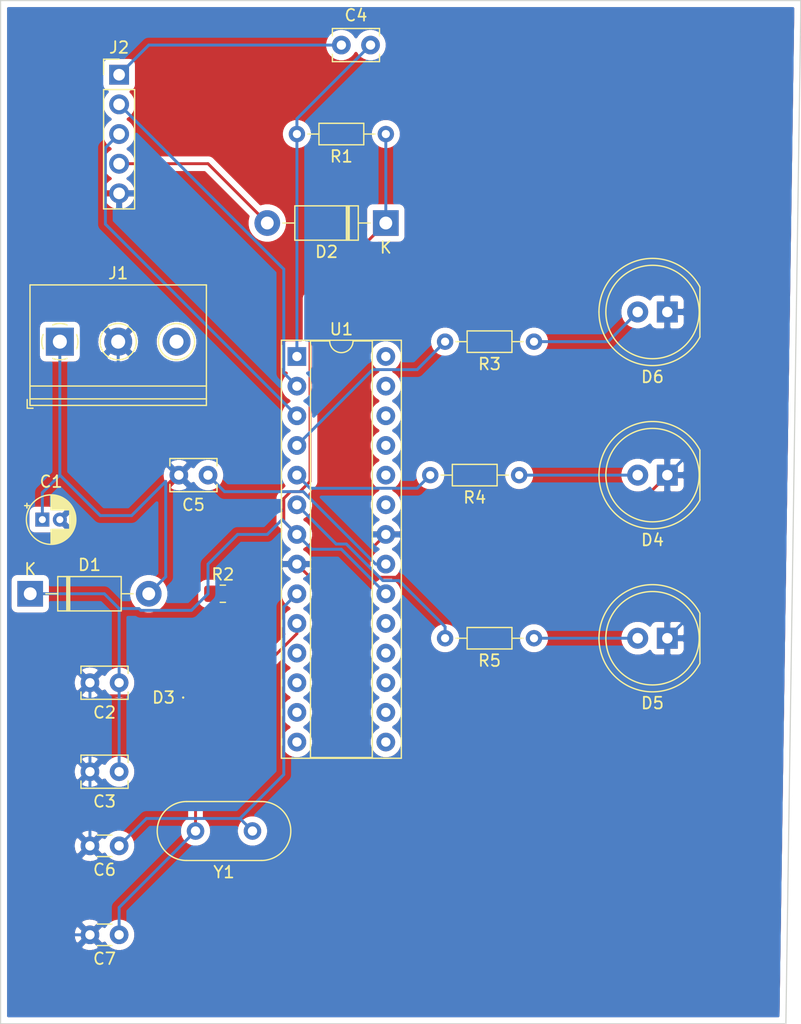
<source format=kicad_pcb>
(kicad_pcb (version 20171130) (host pcbnew "(5.1.9)-1")
  (layers (0 F.Cu signal) (31 B.Cu signal) (34 B.Paste user) (35 F.Paste user) (36 B.SilkS user) (37 F.SilkS user) (38 B.Mask user) (39 F.Mask user) (44 Edge.Cuts user))
  (net 0 "")
  (net 1 GND)
  (net 2 +5V)
  (net 3 +5VA)
  (net 4 Reset)
  (net 5 "Net-(C4-Pad1)")
  (net 6 "Net-(C5-Pad1)")
  (net 7 crystal1)
  (net 8 crystal2)
  (net 9 "Net-(D2-Pad2)")
  (net 10 "Net-(D3-Pad2)")
  (net 11 "Net-(D4-Pad2)")
  (net 12 "Net-(D5-Pad2)")
  (net 13 "Net-(D6-Pad2)")
  (net 14 Tx)
  (net 15 Rx)
  (net 16 led1)
  (net 17 led2)
  (net 18 led3)
  (net 19 "Net-(U1-Pad28)")
  (net 20 "Net-(U1-Pad14)")
  (net 21 "Net-(U1-Pad27)")
  (net 22 "Net-(U1-Pad13)")
  (net 23 "Net-(U1-Pad26)")
  (net 24 "Net-(U1-Pad12)")
  (net 25 "Net-(U1-Pad25)")
  (net 26 "Net-(U1-Pad11)")
  (net 27 "Net-(U1-Pad24)")
  (net 28 "Net-(U1-Pad23)")
  (net 29 "Net-(U1-Pad19)")
  (net 30 "Net-(U1-Pad18)")
  (net 31 "Net-(U1-Pad17)")
  (net 32 "Net-(U1-Pad16)")
  (net 33 "Net-(U1-Pad15)")
  (module LED_SMD:LED_0201_0603Metric (layer F.Cu) (at 27.94 71.12)
    (fp_text reference D3 (at -2.54 0) (layer F.SilkS))
    (fp_text value LED_Small)
    (fp_circle (center -0.86 0) (end -0.81 0) (layer F.SilkS) (width 0.1))
    (pad 2 smd roundrect (at 0.32 0) (size 0.46 0.4) (layers F.Cu F.Mask) (net 10 "Net-(D3-Pad2)"))
    (pad 1 smd roundrect (at -0.32 0) (size 0.46 0.4) (layers F.Cu F.Mask) (net 1 GND))
  )
  (module Crystal:Crystal_HC49-4H_Vertical (layer F.Cu) (at 33.02 82.55 180)
    (fp_text reference Y1 (at 2.44 -3.525) (layer F.SilkS))
    (fp_text value Crystal)
    (fp_line (start -0.76 2.525) (end 5.64 2.525) (layer F.SilkS) (width 0.12))
    (fp_line (start -0.76 -2.525) (end 5.64 -2.525) (layer F.SilkS) (width 0.12))
    (fp_arc (start 5.64 0) (end 5.64 -2.525) (angle 180) (layer F.SilkS) (width 0.12))
    (fp_arc (start -0.76 0) (end -0.76 -2.525) (angle -180) (layer F.SilkS) (width 0.12))
    (pad 2 thru_hole circle (at 4.88 0 180) (size 1.5 1.5) (drill 0.8) (layers *.Cu *.Mask) (net 8 crystal2))
    (pad 1 thru_hole circle (at 0 0 180) (size 1.5 1.5) (drill 0.8) (layers *.Cu *.Mask) (net 7 crystal1))
  )
  (module Package_DIP:DIP-28_W7.62mm_Socket (layer F.Cu) (at 36.83 41.91)
    (fp_text reference U1 (at 3.81 -2.33) (layer F.SilkS))
    (fp_text value ATmega328P-PU)
    (fp_line (start 8.95 -1.39) (end -1.33 -1.39) (layer F.SilkS) (width 0.12))
    (fp_line (start 8.95 34.41) (end 8.95 -1.39) (layer F.SilkS) (width 0.12))
    (fp_line (start -1.33 34.41) (end 8.95 34.41) (layer F.SilkS) (width 0.12))
    (fp_line (start -1.33 -1.39) (end -1.33 34.41) (layer F.SilkS) (width 0.12))
    (fp_line (start 6.46 -1.33) (end 4.81 -1.33) (layer F.SilkS) (width 0.12))
    (fp_line (start 6.46 34.35) (end 6.46 -1.33) (layer F.SilkS) (width 0.12))
    (fp_line (start 1.16 34.35) (end 6.46 34.35) (layer F.SilkS) (width 0.12))
    (fp_line (start 1.16 -1.33) (end 1.16 34.35) (layer F.SilkS) (width 0.12))
    (fp_line (start 2.81 -1.33) (end 1.16 -1.33) (layer F.SilkS) (width 0.12))
    (fp_arc (start 3.81 -1.33) (end 2.81 -1.33) (angle -180) (layer F.SilkS) (width 0.12))
    (pad 28 thru_hole oval (at 7.62 0) (size 1.6 1.6) (drill 0.8) (layers *.Cu *.Mask) (net 19 "Net-(U1-Pad28)"))
    (pad 14 thru_hole oval (at 0 33.02) (size 1.6 1.6) (drill 0.8) (layers *.Cu *.Mask) (net 20 "Net-(U1-Pad14)"))
    (pad 27 thru_hole oval (at 7.62 2.54) (size 1.6 1.6) (drill 0.8) (layers *.Cu *.Mask) (net 21 "Net-(U1-Pad27)"))
    (pad 13 thru_hole oval (at 0 30.48) (size 1.6 1.6) (drill 0.8) (layers *.Cu *.Mask) (net 22 "Net-(U1-Pad13)"))
    (pad 26 thru_hole oval (at 7.62 5.08) (size 1.6 1.6) (drill 0.8) (layers *.Cu *.Mask) (net 23 "Net-(U1-Pad26)"))
    (pad 12 thru_hole oval (at 0 27.94) (size 1.6 1.6) (drill 0.8) (layers *.Cu *.Mask) (net 24 "Net-(U1-Pad12)"))
    (pad 25 thru_hole oval (at 7.62 7.62) (size 1.6 1.6) (drill 0.8) (layers *.Cu *.Mask) (net 25 "Net-(U1-Pad25)"))
    (pad 11 thru_hole oval (at 0 25.4) (size 1.6 1.6) (drill 0.8) (layers *.Cu *.Mask) (net 26 "Net-(U1-Pad11)"))
    (pad 24 thru_hole oval (at 7.62 10.16) (size 1.6 1.6) (drill 0.8) (layers *.Cu *.Mask) (net 27 "Net-(U1-Pad24)"))
    (pad 10 thru_hole oval (at 0 22.86) (size 1.6 1.6) (drill 0.8) (layers *.Cu *.Mask) (net 8 crystal2))
    (pad 23 thru_hole oval (at 7.62 12.7) (size 1.6 1.6) (drill 0.8) (layers *.Cu *.Mask) (net 28 "Net-(U1-Pad23)"))
    (pad 9 thru_hole oval (at 0 20.32) (size 1.6 1.6) (drill 0.8) (layers *.Cu *.Mask) (net 7 crystal1))
    (pad 22 thru_hole oval (at 7.62 15.24) (size 1.6 1.6) (drill 0.8) (layers *.Cu *.Mask) (net 1 GND))
    (pad 8 thru_hole oval (at 0 17.78) (size 1.6 1.6) (drill 0.8) (layers *.Cu *.Mask) (net 1 GND))
    (pad 21 thru_hole oval (at 7.62 17.78) (size 1.6 1.6) (drill 0.8) (layers *.Cu *.Mask) (net 6 "Net-(C5-Pad1)"))
    (pad 7 thru_hole oval (at 0 15.24) (size 1.6 1.6) (drill 0.8) (layers *.Cu *.Mask) (net 3 +5VA))
    (pad 20 thru_hole oval (at 7.62 20.32) (size 1.6 1.6) (drill 0.8) (layers *.Cu *.Mask) (net 3 +5VA))
    (pad 6 thru_hole oval (at 0 12.7) (size 1.6 1.6) (drill 0.8) (layers *.Cu *.Mask) (net 18 led3))
    (pad 19 thru_hole oval (at 7.62 22.86) (size 1.6 1.6) (drill 0.8) (layers *.Cu *.Mask) (net 29 "Net-(U1-Pad19)"))
    (pad 5 thru_hole oval (at 0 10.16) (size 1.6 1.6) (drill 0.8) (layers *.Cu *.Mask) (net 17 led2))
    (pad 18 thru_hole oval (at 7.62 25.4) (size 1.6 1.6) (drill 0.8) (layers *.Cu *.Mask) (net 30 "Net-(U1-Pad18)"))
    (pad 4 thru_hole oval (at 0 7.62) (size 1.6 1.6) (drill 0.8) (layers *.Cu *.Mask) (net 16 led1))
    (pad 17 thru_hole oval (at 7.62 27.94) (size 1.6 1.6) (drill 0.8) (layers *.Cu *.Mask) (net 31 "Net-(U1-Pad17)"))
    (pad 3 thru_hole oval (at 0 5.08) (size 1.6 1.6) (drill 0.8) (layers *.Cu *.Mask) (net 14 Tx))
    (pad 16 thru_hole oval (at 7.62 30.48) (size 1.6 1.6) (drill 0.8) (layers *.Cu *.Mask) (net 32 "Net-(U1-Pad16)"))
    (pad 2 thru_hole oval (at 0 2.54) (size 1.6 1.6) (drill 0.8) (layers *.Cu *.Mask) (net 15 Rx))
    (pad 15 thru_hole oval (at 7.62 33.02) (size 1.6 1.6) (drill 0.8) (layers *.Cu *.Mask) (net 33 "Net-(U1-Pad15)"))
    (pad 1 thru_hole rect (at 0 0) (size 1.6 1.6) (drill 0.8) (layers *.Cu *.Mask) (net 4 Reset))
  )
  (module Resistor_THT:R_Axial_DIN0204_L3.6mm_D1.6mm_P7.62mm_Horizontal (layer F.Cu) (at 57.15 66.04 180)
    (fp_text reference R5 (at 3.81 -1.92) (layer F.SilkS))
    (fp_text value 330R)
    (fp_line (start 6.68 0) (end 5.73 0) (layer F.SilkS) (width 0.12))
    (fp_line (start 0.94 0) (end 1.89 0) (layer F.SilkS) (width 0.12))
    (fp_line (start 5.73 -0.92) (end 1.89 -0.92) (layer F.SilkS) (width 0.12))
    (fp_line (start 5.73 0.92) (end 5.73 -0.92) (layer F.SilkS) (width 0.12))
    (fp_line (start 1.89 0.92) (end 5.73 0.92) (layer F.SilkS) (width 0.12))
    (fp_line (start 1.89 -0.92) (end 1.89 0.92) (layer F.SilkS) (width 0.12))
    (pad 2 thru_hole oval (at 7.62 0 180) (size 1.4 1.4) (drill 0.7) (layers *.Cu *.Mask) (net 18 led3))
    (pad 1 thru_hole circle (at 0 0 180) (size 1.4 1.4) (drill 0.7) (layers *.Cu *.Mask) (net 12 "Net-(D5-Pad2)"))
  )
  (module Resistor_THT:R_Axial_DIN0204_L3.6mm_D1.6mm_P7.62mm_Horizontal (layer F.Cu) (at 55.88 52.07 180)
    (fp_text reference R4 (at 3.81 -1.92) (layer F.SilkS))
    (fp_text value 220R)
    (fp_line (start 6.68 0) (end 5.73 0) (layer F.SilkS) (width 0.12))
    (fp_line (start 0.94 0) (end 1.89 0) (layer F.SilkS) (width 0.12))
    (fp_line (start 5.73 -0.92) (end 1.89 -0.92) (layer F.SilkS) (width 0.12))
    (fp_line (start 5.73 0.92) (end 5.73 -0.92) (layer F.SilkS) (width 0.12))
    (fp_line (start 1.89 0.92) (end 5.73 0.92) (layer F.SilkS) (width 0.12))
    (fp_line (start 1.89 -0.92) (end 1.89 0.92) (layer F.SilkS) (width 0.12))
    (pad 2 thru_hole oval (at 7.62 0 180) (size 1.4 1.4) (drill 0.7) (layers *.Cu *.Mask) (net 17 led2))
    (pad 1 thru_hole circle (at 0 0 180) (size 1.4 1.4) (drill 0.7) (layers *.Cu *.Mask) (net 11 "Net-(D4-Pad2)"))
  )
  (module Resistor_THT:R_Axial_DIN0204_L3.6mm_D1.6mm_P7.62mm_Horizontal (layer F.Cu) (at 57.15 40.64 180)
    (fp_text reference R3 (at 3.81 -1.92) (layer F.SilkS))
    (fp_text value 220R)
    (fp_line (start 6.68 0) (end 5.73 0) (layer F.SilkS) (width 0.12))
    (fp_line (start 0.94 0) (end 1.89 0) (layer F.SilkS) (width 0.12))
    (fp_line (start 5.73 -0.92) (end 1.89 -0.92) (layer F.SilkS) (width 0.12))
    (fp_line (start 5.73 0.92) (end 5.73 -0.92) (layer F.SilkS) (width 0.12))
    (fp_line (start 1.89 0.92) (end 5.73 0.92) (layer F.SilkS) (width 0.12))
    (fp_line (start 1.89 -0.92) (end 1.89 0.92) (layer F.SilkS) (width 0.12))
    (pad 2 thru_hole oval (at 7.62 0 180) (size 1.4 1.4) (drill 0.7) (layers *.Cu *.Mask) (net 16 led1))
    (pad 1 thru_hole circle (at 0 0 180) (size 1.4 1.4) (drill 0.7) (layers *.Cu *.Mask) (net 13 "Net-(D6-Pad2)"))
  )
  (module Resistor_SMD:R_0805_2012Metric_Pad1.20x1.40mm_HandSolder (layer F.Cu) (at 30.48 62.23)
    (fp_text reference R2 (at 0 -1.65) (layer F.SilkS))
    (fp_text value R_Small)
    (fp_line (start -0.227064 0.735) (end 0.227064 0.735) (layer F.SilkS) (width 0.12))
    (fp_line (start -0.227064 -0.735) (end 0.227064 -0.735) (layer F.SilkS) (width 0.12))
    (pad 2 smd roundrect (at 1 0) (size 1.2 1.4) (layers F.Cu F.Paste F.Mask) (roundrect_rratio 0.208333) (net 10 "Net-(D3-Pad2)"))
    (pad 1 smd roundrect (at -1 0) (size 1.2 1.4) (layers F.Cu F.Paste F.Mask) (roundrect_rratio 0.208333) (net 3 +5VA))
  )
  (module Resistor_THT:R_Axial_DIN0204_L3.6mm_D1.6mm_P7.62mm_Horizontal (layer F.Cu) (at 44.45 22.86 180)
    (fp_text reference R1 (at 3.81 -1.92 180) (layer F.SilkS))
    (fp_text value R)
    (fp_line (start 6.68 0) (end 5.73 0) (layer F.SilkS) (width 0.12))
    (fp_line (start 0.94 0) (end 1.89 0) (layer F.SilkS) (width 0.12))
    (fp_line (start 5.73 -0.92) (end 1.89 -0.92) (layer F.SilkS) (width 0.12))
    (fp_line (start 5.73 0.92) (end 5.73 -0.92) (layer F.SilkS) (width 0.12))
    (fp_line (start 1.89 0.92) (end 5.73 0.92) (layer F.SilkS) (width 0.12))
    (fp_line (start 1.89 -0.92) (end 1.89 0.92) (layer F.SilkS) (width 0.12))
    (pad 2 thru_hole oval (at 7.62 0 180) (size 1.4 1.4) (drill 0.7) (layers *.Cu *.Mask) (net 4 Reset))
    (pad 1 thru_hole circle (at 0 0 180) (size 1.4 1.4) (drill 0.7) (layers *.Cu *.Mask) (net 3 +5VA))
  )
  (module Connector_PinHeader_2.54mm:PinHeader_1x05_P2.54mm_Vertical (layer F.Cu) (at 21.59 17.78)
    (fp_text reference J2 (at 0 -2.33) (layer F.SilkS))
    (fp_text value Conn_01x05_Male)
    (fp_line (start -1.33 -1.33) (end 0 -1.33) (layer F.SilkS) (width 0.12))
    (fp_line (start -1.33 0) (end -1.33 -1.33) (layer F.SilkS) (width 0.12))
    (fp_line (start -1.33 1.27) (end 1.33 1.27) (layer F.SilkS) (width 0.12))
    (fp_line (start 1.33 1.27) (end 1.33 11.49) (layer F.SilkS) (width 0.12))
    (fp_line (start -1.33 1.27) (end -1.33 11.49) (layer F.SilkS) (width 0.12))
    (fp_line (start -1.33 11.49) (end 1.33 11.49) (layer F.SilkS) (width 0.12))
    (pad 5 thru_hole oval (at 0 10.16) (size 1.7 1.7) (drill 1) (layers *.Cu *.Mask) (net 1 GND))
    (pad 4 thru_hole oval (at 0 7.62) (size 1.7 1.7) (drill 1) (layers *.Cu *.Mask) (net 9 "Net-(D2-Pad2)"))
    (pad 3 thru_hole oval (at 0 5.08) (size 1.7 1.7) (drill 1) (layers *.Cu *.Mask) (net 14 Tx))
    (pad 2 thru_hole oval (at 0 2.54) (size 1.7 1.7) (drill 1) (layers *.Cu *.Mask) (net 15 Rx))
    (pad 1 thru_hole rect (at 0 0) (size 1.7 1.7) (drill 1) (layers *.Cu *.Mask) (net 5 "Net-(C4-Pad1)"))
  )
  (module TerminalBlock_Philmore:TerminalBlock_Philmore_TB133_1x03_P5.00mm_Horizontal (layer F.Cu) (at 16.51 40.64)
    (fp_text reference J1 (at 5 -5.86) (layer F.SilkS))
    (fp_text value Screw_Terminal_01x02)
    (fp_line (start -2.8 5.7) (end -2.3 5.7) (layer F.SilkS) (width 0.12))
    (fp_line (start -2.8 4.96) (end -2.8 5.7) (layer F.SilkS) (width 0.12))
    (fp_line (start 12.56 -4.86) (end 12.56 5.46) (layer F.SilkS) (width 0.12))
    (fp_line (start -2.56 -4.86) (end -2.56 5.46) (layer F.SilkS) (width 0.12))
    (fp_line (start -2.56 5.46) (end 12.56 5.46) (layer F.SilkS) (width 0.12))
    (fp_line (start -2.56 -4.86) (end 12.56 -4.86) (layer F.SilkS) (width 0.12))
    (fp_line (start -2.56 3.8) (end 12.56 3.8) (layer F.SilkS) (width 0.12))
    (fp_line (start -2.56 4.9) (end 12.56 4.9) (layer F.SilkS) (width 0.12))
    (fp_circle (center 10 0) (end 11.555 0) (layer F.SilkS) (width 0.12))
    (fp_circle (center 5 0) (end 6.555 0) (layer F.SilkS) (width 0.12))
    (fp_arc (start 0 0) (end -0.608 1.432) (angle -24) (layer F.SilkS) (width 0.12))
    (fp_arc (start 0 0) (end -1.432 -0.608) (angle -46) (layer F.SilkS) (width 0.12))
    (fp_arc (start 0 0) (end 0.608 -1.432) (angle -46) (layer F.SilkS) (width 0.12))
    (fp_arc (start 0 0) (end 1.432 0.608) (angle -46) (layer F.SilkS) (width 0.12))
    (fp_arc (start 0 0) (end 0 1.555) (angle -23) (layer F.SilkS) (width 0.12))
    (pad 3 thru_hole circle (at 10 0) (size 2.4 2.4) (drill 1.2) (layers *.Cu *.Mask))
    (pad 2 thru_hole circle (at 5 0) (size 2.4 2.4) (drill 1.2) (layers *.Cu *.Mask) (net 1 GND))
    (pad 1 thru_hole rect (at 0 0) (size 2.4 2.4) (drill 1.2) (layers *.Cu *.Mask) (net 2 +5V))
  )
  (module LED_THT:LED_D8.0mm (layer F.Cu) (at 68.58 38.1 180)
    (fp_text reference D6 (at 1.27 -5.56) (layer F.SilkS))
    (fp_text value red)
    (fp_line (start -2.79 -2.142) (end -2.79 2.142) (layer F.SilkS) (width 0.12))
    (fp_circle (center 1.27 0) (end 5.27 0) (layer F.SilkS) (width 0.12))
    (fp_arc (start 1.27 0) (end -2.79 2.141145) (angle -152.2) (layer F.SilkS) (width 0.12))
    (fp_arc (start 1.27 0) (end -2.79 -2.141145) (angle 152.2) (layer F.SilkS) (width 0.12))
    (pad 2 thru_hole circle (at 2.54 0 180) (size 1.8 1.8) (drill 0.9) (layers *.Cu *.Mask) (net 13 "Net-(D6-Pad2)"))
    (pad 1 thru_hole rect (at 0 0 180) (size 1.8 1.8) (drill 0.9) (layers *.Cu *.Mask) (net 1 GND))
  )
  (module LED_THT:LED_D8.0mm (layer F.Cu) (at 68.58 66.04 180)
    (fp_text reference D5 (at 1.27 -5.56) (layer F.SilkS))
    (fp_text value green)
    (fp_line (start -2.79 -2.142) (end -2.79 2.142) (layer F.SilkS) (width 0.12))
    (fp_circle (center 1.27 0) (end 5.27 0) (layer F.SilkS) (width 0.12))
    (fp_arc (start 1.27 0) (end -2.79 2.141145) (angle -152.2) (layer F.SilkS) (width 0.12))
    (fp_arc (start 1.27 0) (end -2.79 -2.141145) (angle 152.2) (layer F.SilkS) (width 0.12))
    (pad 2 thru_hole circle (at 2.54 0 180) (size 1.8 1.8) (drill 0.9) (layers *.Cu *.Mask) (net 12 "Net-(D5-Pad2)"))
    (pad 1 thru_hole rect (at 0 0 180) (size 1.8 1.8) (drill 0.9) (layers *.Cu *.Mask) (net 1 GND))
  )
  (module LED_THT:LED_D8.0mm (layer F.Cu) (at 68.58 52.07 180)
    (fp_text reference D4 (at 1.27 -5.56) (layer F.SilkS))
    (fp_text value amber)
    (fp_line (start -2.79 -2.142) (end -2.79 2.142) (layer F.SilkS) (width 0.12))
    (fp_circle (center 1.27 0) (end 5.27 0) (layer F.SilkS) (width 0.12))
    (fp_arc (start 1.27 0) (end -2.79 2.141145) (angle -152.2) (layer F.SilkS) (width 0.12))
    (fp_arc (start 1.27 0) (end -2.79 -2.141145) (angle 152.2) (layer F.SilkS) (width 0.12))
    (pad 2 thru_hole circle (at 2.54 0 180) (size 1.8 1.8) (drill 0.9) (layers *.Cu *.Mask) (net 11 "Net-(D4-Pad2)"))
    (pad 1 thru_hole rect (at 0 0 180) (size 1.8 1.8) (drill 0.9) (layers *.Cu *.Mask) (net 1 GND))
  )
  (module Diode_THT:D_DO-41_SOD81_P10.16mm_Horizontal (layer F.Cu) (at 44.45 30.48 180)
    (fp_text reference D2 (at 5.08 -2.47) (layer F.SilkS))
    (fp_text value 1N4007)
    (fp_line (start 3.14 -1.47) (end 3.14 1.47) (layer F.SilkS) (width 0.12))
    (fp_line (start 3.38 -1.47) (end 3.38 1.47) (layer F.SilkS) (width 0.12))
    (fp_line (start 3.26 -1.47) (end 3.26 1.47) (layer F.SilkS) (width 0.12))
    (fp_line (start 8.82 0) (end 7.8 0) (layer F.SilkS) (width 0.12))
    (fp_line (start 1.34 0) (end 2.36 0) (layer F.SilkS) (width 0.12))
    (fp_line (start 7.8 -1.47) (end 2.36 -1.47) (layer F.SilkS) (width 0.12))
    (fp_line (start 7.8 1.47) (end 7.8 -1.47) (layer F.SilkS) (width 0.12))
    (fp_line (start 2.36 1.47) (end 7.8 1.47) (layer F.SilkS) (width 0.12))
    (fp_line (start 2.36 -1.47) (end 2.36 1.47) (layer F.SilkS) (width 0.12))
    (fp_text user K (at 0 -2.1) (layer F.SilkS))
    (pad 2 thru_hole oval (at 10.16 0 180) (size 2.2 2.2) (drill 1.1) (layers *.Cu *.Mask) (net 9 "Net-(D2-Pad2)"))
    (pad 1 thru_hole rect (at 0 0 180) (size 2.2 2.2) (drill 1.1) (layers *.Cu *.Mask) (net 3 +5VA))
  )
  (module Diode_THT:D_DO-41_SOD81_P10.16mm_Horizontal (layer F.Cu) (at 13.97 62.23)
    (fp_text reference D1 (at 5.08 -2.47) (layer F.SilkS))
    (fp_text value 1N4007)
    (fp_line (start 3.14 -1.47) (end 3.14 1.47) (layer F.SilkS) (width 0.12))
    (fp_line (start 3.38 -1.47) (end 3.38 1.47) (layer F.SilkS) (width 0.12))
    (fp_line (start 3.26 -1.47) (end 3.26 1.47) (layer F.SilkS) (width 0.12))
    (fp_line (start 8.82 0) (end 7.8 0) (layer F.SilkS) (width 0.12))
    (fp_line (start 1.34 0) (end 2.36 0) (layer F.SilkS) (width 0.12))
    (fp_line (start 7.8 -1.47) (end 2.36 -1.47) (layer F.SilkS) (width 0.12))
    (fp_line (start 7.8 1.47) (end 7.8 -1.47) (layer F.SilkS) (width 0.12))
    (fp_line (start 2.36 1.47) (end 7.8 1.47) (layer F.SilkS) (width 0.12))
    (fp_line (start 2.36 -1.47) (end 2.36 1.47) (layer F.SilkS) (width 0.12))
    (fp_text user K (at 0 -2.1) (layer F.SilkS))
    (pad 2 thru_hole oval (at 10.16 0) (size 2.2 2.2) (drill 1.1) (layers *.Cu *.Mask) (net 2 +5V))
    (pad 1 thru_hole rect (at 0 0) (size 2.2 2.2) (drill 1.1) (layers *.Cu *.Mask) (net 3 +5VA))
  )
  (module Capacitor_THT:C_Disc_D3.0mm_W1.6mm_P2.50mm (layer F.Cu) (at 21.59 91.44 180)
    (fp_text reference C7 (at 1.25 -2.05) (layer F.SilkS))
    (fp_text value 22pf)
    (fp_line (start 0.621 0.92) (end 1.879 0.92) (layer F.SilkS) (width 0.12))
    (fp_line (start 0.621 -0.92) (end 1.879 -0.92) (layer F.SilkS) (width 0.12))
    (pad 2 thru_hole circle (at 2.5 0 180) (size 1.6 1.6) (drill 0.8) (layers *.Cu *.Mask) (net 1 GND))
    (pad 1 thru_hole circle (at 0 0 180) (size 1.6 1.6) (drill 0.8) (layers *.Cu *.Mask) (net 8 crystal2))
  )
  (module Capacitor_THT:C_Disc_D3.0mm_W1.6mm_P2.50mm (layer F.Cu) (at 21.59 83.82 180)
    (fp_text reference C6 (at 1.25 -2.05) (layer F.SilkS))
    (fp_text value 22pf)
    (fp_line (start 0.621 0.92) (end 1.879 0.92) (layer F.SilkS) (width 0.12))
    (fp_line (start 0.621 -0.92) (end 1.879 -0.92) (layer F.SilkS) (width 0.12))
    (pad 2 thru_hole circle (at 2.5 0 180) (size 1.6 1.6) (drill 0.8) (layers *.Cu *.Mask) (net 1 GND))
    (pad 1 thru_hole circle (at 0 0 180) (size 1.6 1.6) (drill 0.8) (layers *.Cu *.Mask) (net 7 crystal1))
  )
  (module Capacitor_THT:C_Disc_D3.8mm_W2.6mm_P2.50mm (layer F.Cu) (at 29.21 52.07 180)
    (fp_text reference C5 (at 1.25 -2.55) (layer F.SilkS))
    (fp_text value 100nF)
    (fp_line (start 3.27 0.795) (end 3.27 1.42) (layer F.SilkS) (width 0.12))
    (fp_line (start 3.27 -1.42) (end 3.27 -0.795) (layer F.SilkS) (width 0.12))
    (fp_line (start -0.77 0.795) (end -0.77 1.42) (layer F.SilkS) (width 0.12))
    (fp_line (start -0.77 -1.42) (end -0.77 -0.795) (layer F.SilkS) (width 0.12))
    (fp_line (start -0.77 1.42) (end 3.27 1.42) (layer F.SilkS) (width 0.12))
    (fp_line (start -0.77 -1.42) (end 3.27 -1.42) (layer F.SilkS) (width 0.12))
    (pad 2 thru_hole circle (at 2.5 0 180) (size 1.6 1.6) (drill 0.8) (layers *.Cu *.Mask) (net 1 GND))
    (pad 1 thru_hole circle (at 0 0 180) (size 1.6 1.6) (drill 0.8) (layers *.Cu *.Mask) (net 6 "Net-(C5-Pad1)"))
  )
  (module Capacitor_THT:C_Disc_D3.8mm_W2.6mm_P2.50mm (layer F.Cu) (at 40.64 15.24)
    (fp_text reference C4 (at 1.25 -2.55) (layer F.SilkS))
    (fp_text value 100nF)
    (fp_line (start 3.27 0.795) (end 3.27 1.42) (layer F.SilkS) (width 0.12))
    (fp_line (start 3.27 -1.42) (end 3.27 -0.795) (layer F.SilkS) (width 0.12))
    (fp_line (start -0.77 0.795) (end -0.77 1.42) (layer F.SilkS) (width 0.12))
    (fp_line (start -0.77 -1.42) (end -0.77 -0.795) (layer F.SilkS) (width 0.12))
    (fp_line (start -0.77 1.42) (end 3.27 1.42) (layer F.SilkS) (width 0.12))
    (fp_line (start -0.77 -1.42) (end 3.27 -1.42) (layer F.SilkS) (width 0.12))
    (pad 2 thru_hole circle (at 2.5 0) (size 1.6 1.6) (drill 0.8) (layers *.Cu *.Mask) (net 4 Reset))
    (pad 1 thru_hole circle (at 0 0) (size 1.6 1.6) (drill 0.8) (layers *.Cu *.Mask) (net 5 "Net-(C4-Pad1)"))
  )
  (module Capacitor_THT:C_Disc_D3.8mm_W2.6mm_P2.50mm (layer F.Cu) (at 21.59 77.47 180)
    (fp_text reference C3 (at 1.25 -2.55) (layer F.SilkS))
    (fp_text value 100nF)
    (fp_line (start 3.27 0.795) (end 3.27 1.42) (layer F.SilkS) (width 0.12))
    (fp_line (start 3.27 -1.42) (end 3.27 -0.795) (layer F.SilkS) (width 0.12))
    (fp_line (start -0.77 0.795) (end -0.77 1.42) (layer F.SilkS) (width 0.12))
    (fp_line (start -0.77 -1.42) (end -0.77 -0.795) (layer F.SilkS) (width 0.12))
    (fp_line (start -0.77 1.42) (end 3.27 1.42) (layer F.SilkS) (width 0.12))
    (fp_line (start -0.77 -1.42) (end 3.27 -1.42) (layer F.SilkS) (width 0.12))
    (pad 2 thru_hole circle (at 2.5 0 180) (size 1.6 1.6) (drill 0.8) (layers *.Cu *.Mask) (net 1 GND))
    (pad 1 thru_hole circle (at 0 0 180) (size 1.6 1.6) (drill 0.8) (layers *.Cu *.Mask) (net 3 +5VA))
  )
  (module Capacitor_THT:C_Disc_D3.8mm_W2.6mm_P2.50mm (layer F.Cu) (at 21.59 69.85 180)
    (fp_text reference C2 (at 1.25 -2.55) (layer F.SilkS))
    (fp_text value 100nF)
    (fp_line (start 3.27 0.795) (end 3.27 1.42) (layer F.SilkS) (width 0.12))
    (fp_line (start 3.27 -1.42) (end 3.27 -0.795) (layer F.SilkS) (width 0.12))
    (fp_line (start -0.77 0.795) (end -0.77 1.42) (layer F.SilkS) (width 0.12))
    (fp_line (start -0.77 -1.42) (end -0.77 -0.795) (layer F.SilkS) (width 0.12))
    (fp_line (start -0.77 1.42) (end 3.27 1.42) (layer F.SilkS) (width 0.12))
    (fp_line (start -0.77 -1.42) (end 3.27 -1.42) (layer F.SilkS) (width 0.12))
    (pad 2 thru_hole circle (at 2.5 0 180) (size 1.6 1.6) (drill 0.8) (layers *.Cu *.Mask) (net 1 GND))
    (pad 1 thru_hole circle (at 0 0 180) (size 1.6 1.6) (drill 0.8) (layers *.Cu *.Mask) (net 3 +5VA))
  )
  (module Capacitor_THT:CP_Radial_D4.0mm_P1.50mm (layer F.Cu) (at 15.01 55.88)
    (fp_text reference C1 (at 0.75 -3.25) (layer F.SilkS))
    (fp_text value 10uf)
    (fp_line (start -1.319801 -1.395) (end -1.319801 -0.995) (layer F.SilkS) (width 0.12))
    (fp_line (start -1.519801 -1.195) (end -1.119801 -1.195) (layer F.SilkS) (width 0.12))
    (fp_line (start 2.831 -0.37) (end 2.831 0.37) (layer F.SilkS) (width 0.12))
    (fp_line (start 2.791 -0.537) (end 2.791 0.537) (layer F.SilkS) (width 0.12))
    (fp_line (start 2.751 -0.664) (end 2.751 0.664) (layer F.SilkS) (width 0.12))
    (fp_line (start 2.711 -0.768) (end 2.711 0.768) (layer F.SilkS) (width 0.12))
    (fp_line (start 2.671 -0.859) (end 2.671 0.859) (layer F.SilkS) (width 0.12))
    (fp_line (start 2.631 -0.94) (end 2.631 0.94) (layer F.SilkS) (width 0.12))
    (fp_line (start 2.591 -1.013) (end 2.591 1.013) (layer F.SilkS) (width 0.12))
    (fp_line (start 2.551 -1.08) (end 2.551 1.08) (layer F.SilkS) (width 0.12))
    (fp_line (start 2.511 -1.142) (end 2.511 1.142) (layer F.SilkS) (width 0.12))
    (fp_line (start 2.471 -1.2) (end 2.471 1.2) (layer F.SilkS) (width 0.12))
    (fp_line (start 2.431 -1.254) (end 2.431 1.254) (layer F.SilkS) (width 0.12))
    (fp_line (start 2.391 -1.304) (end 2.391 1.304) (layer F.SilkS) (width 0.12))
    (fp_line (start 2.351 -1.351) (end 2.351 1.351) (layer F.SilkS) (width 0.12))
    (fp_line (start 2.311 0.84) (end 2.311 1.396) (layer F.SilkS) (width 0.12))
    (fp_line (start 2.311 -1.396) (end 2.311 -0.84) (layer F.SilkS) (width 0.12))
    (fp_line (start 2.271 0.84) (end 2.271 1.438) (layer F.SilkS) (width 0.12))
    (fp_line (start 2.271 -1.438) (end 2.271 -0.84) (layer F.SilkS) (width 0.12))
    (fp_line (start 2.231 0.84) (end 2.231 1.478) (layer F.SilkS) (width 0.12))
    (fp_line (start 2.231 -1.478) (end 2.231 -0.84) (layer F.SilkS) (width 0.12))
    (fp_line (start 2.191 0.84) (end 2.191 1.516) (layer F.SilkS) (width 0.12))
    (fp_line (start 2.191 -1.516) (end 2.191 -0.84) (layer F.SilkS) (width 0.12))
    (fp_line (start 2.151 0.84) (end 2.151 1.552) (layer F.SilkS) (width 0.12))
    (fp_line (start 2.151 -1.552) (end 2.151 -0.84) (layer F.SilkS) (width 0.12))
    (fp_line (start 2.111 0.84) (end 2.111 1.587) (layer F.SilkS) (width 0.12))
    (fp_line (start 2.111 -1.587) (end 2.111 -0.84) (layer F.SilkS) (width 0.12))
    (fp_line (start 2.071 0.84) (end 2.071 1.619) (layer F.SilkS) (width 0.12))
    (fp_line (start 2.071 -1.619) (end 2.071 -0.84) (layer F.SilkS) (width 0.12))
    (fp_line (start 2.031 0.84) (end 2.031 1.65) (layer F.SilkS) (width 0.12))
    (fp_line (start 2.031 -1.65) (end 2.031 -0.84) (layer F.SilkS) (width 0.12))
    (fp_line (start 1.991 0.84) (end 1.991 1.68) (layer F.SilkS) (width 0.12))
    (fp_line (start 1.991 -1.68) (end 1.991 -0.84) (layer F.SilkS) (width 0.12))
    (fp_line (start 1.951 0.84) (end 1.951 1.708) (layer F.SilkS) (width 0.12))
    (fp_line (start 1.951 -1.708) (end 1.951 -0.84) (layer F.SilkS) (width 0.12))
    (fp_line (start 1.911 0.84) (end 1.911 1.735) (layer F.SilkS) (width 0.12))
    (fp_line (start 1.911 -1.735) (end 1.911 -0.84) (layer F.SilkS) (width 0.12))
    (fp_line (start 1.871 0.84) (end 1.871 1.76) (layer F.SilkS) (width 0.12))
    (fp_line (start 1.871 -1.76) (end 1.871 -0.84) (layer F.SilkS) (width 0.12))
    (fp_line (start 1.831 0.84) (end 1.831 1.785) (layer F.SilkS) (width 0.12))
    (fp_line (start 1.831 -1.785) (end 1.831 -0.84) (layer F.SilkS) (width 0.12))
    (fp_line (start 1.791 0.84) (end 1.791 1.808) (layer F.SilkS) (width 0.12))
    (fp_line (start 1.791 -1.808) (end 1.791 -0.84) (layer F.SilkS) (width 0.12))
    (fp_line (start 1.751 0.84) (end 1.751 1.83) (layer F.SilkS) (width 0.12))
    (fp_line (start 1.751 -1.83) (end 1.751 -0.84) (layer F.SilkS) (width 0.12))
    (fp_line (start 1.711 0.84) (end 1.711 1.851) (layer F.SilkS) (width 0.12))
    (fp_line (start 1.711 -1.851) (end 1.711 -0.84) (layer F.SilkS) (width 0.12))
    (fp_line (start 1.671 0.84) (end 1.671 1.87) (layer F.SilkS) (width 0.12))
    (fp_line (start 1.671 -1.87) (end 1.671 -0.84) (layer F.SilkS) (width 0.12))
    (fp_line (start 1.631 0.84) (end 1.631 1.889) (layer F.SilkS) (width 0.12))
    (fp_line (start 1.631 -1.889) (end 1.631 -0.84) (layer F.SilkS) (width 0.12))
    (fp_line (start 1.591 0.84) (end 1.591 1.907) (layer F.SilkS) (width 0.12))
    (fp_line (start 1.591 -1.907) (end 1.591 -0.84) (layer F.SilkS) (width 0.12))
    (fp_line (start 1.551 0.84) (end 1.551 1.924) (layer F.SilkS) (width 0.12))
    (fp_line (start 1.551 -1.924) (end 1.551 -0.84) (layer F.SilkS) (width 0.12))
    (fp_line (start 1.511 0.84) (end 1.511 1.94) (layer F.SilkS) (width 0.12))
    (fp_line (start 1.511 -1.94) (end 1.511 -0.84) (layer F.SilkS) (width 0.12))
    (fp_line (start 1.471 0.84) (end 1.471 1.954) (layer F.SilkS) (width 0.12))
    (fp_line (start 1.471 -1.954) (end 1.471 -0.84) (layer F.SilkS) (width 0.12))
    (fp_line (start 1.43 0.84) (end 1.43 1.968) (layer F.SilkS) (width 0.12))
    (fp_line (start 1.43 -1.968) (end 1.43 -0.84) (layer F.SilkS) (width 0.12))
    (fp_line (start 1.39 0.84) (end 1.39 1.982) (layer F.SilkS) (width 0.12))
    (fp_line (start 1.39 -1.982) (end 1.39 -0.84) (layer F.SilkS) (width 0.12))
    (fp_line (start 1.35 0.84) (end 1.35 1.994) (layer F.SilkS) (width 0.12))
    (fp_line (start 1.35 -1.994) (end 1.35 -0.84) (layer F.SilkS) (width 0.12))
    (fp_line (start 1.31 0.84) (end 1.31 2.005) (layer F.SilkS) (width 0.12))
    (fp_line (start 1.31 -2.005) (end 1.31 -0.84) (layer F.SilkS) (width 0.12))
    (fp_line (start 1.27 0.84) (end 1.27 2.016) (layer F.SilkS) (width 0.12))
    (fp_line (start 1.27 -2.016) (end 1.27 -0.84) (layer F.SilkS) (width 0.12))
    (fp_line (start 1.23 0.84) (end 1.23 2.025) (layer F.SilkS) (width 0.12))
    (fp_line (start 1.23 -2.025) (end 1.23 -0.84) (layer F.SilkS) (width 0.12))
    (fp_line (start 1.19 0.84) (end 1.19 2.034) (layer F.SilkS) (width 0.12))
    (fp_line (start 1.19 -2.034) (end 1.19 -0.84) (layer F.SilkS) (width 0.12))
    (fp_line (start 1.15 0.84) (end 1.15 2.042) (layer F.SilkS) (width 0.12))
    (fp_line (start 1.15 -2.042) (end 1.15 -0.84) (layer F.SilkS) (width 0.12))
    (fp_line (start 1.11 0.84) (end 1.11 2.05) (layer F.SilkS) (width 0.12))
    (fp_line (start 1.11 -2.05) (end 1.11 -0.84) (layer F.SilkS) (width 0.12))
    (fp_line (start 1.07 0.84) (end 1.07 2.056) (layer F.SilkS) (width 0.12))
    (fp_line (start 1.07 -2.056) (end 1.07 -0.84) (layer F.SilkS) (width 0.12))
    (fp_line (start 1.03 0.84) (end 1.03 2.062) (layer F.SilkS) (width 0.12))
    (fp_line (start 1.03 -2.062) (end 1.03 -0.84) (layer F.SilkS) (width 0.12))
    (fp_line (start 0.99 0.84) (end 0.99 2.067) (layer F.SilkS) (width 0.12))
    (fp_line (start 0.99 -2.067) (end 0.99 -0.84) (layer F.SilkS) (width 0.12))
    (fp_line (start 0.95 0.84) (end 0.95 2.071) (layer F.SilkS) (width 0.12))
    (fp_line (start 0.95 -2.071) (end 0.95 -0.84) (layer F.SilkS) (width 0.12))
    (fp_line (start 0.91 0.84) (end 0.91 2.074) (layer F.SilkS) (width 0.12))
    (fp_line (start 0.91 -2.074) (end 0.91 -0.84) (layer F.SilkS) (width 0.12))
    (fp_line (start 0.87 0.84) (end 0.87 2.077) (layer F.SilkS) (width 0.12))
    (fp_line (start 0.87 -2.077) (end 0.87 -0.84) (layer F.SilkS) (width 0.12))
    (fp_line (start 0.83 -2.079) (end 0.83 -0.84) (layer F.SilkS) (width 0.12))
    (fp_line (start 0.83 0.84) (end 0.83 2.079) (layer F.SilkS) (width 0.12))
    (fp_line (start 0.79 -2.08) (end 0.79 -0.84) (layer F.SilkS) (width 0.12))
    (fp_line (start 0.79 0.84) (end 0.79 2.08) (layer F.SilkS) (width 0.12))
    (fp_line (start 0.75 -2.08) (end 0.75 -0.84) (layer F.SilkS) (width 0.12))
    (fp_line (start 0.75 0.84) (end 0.75 2.08) (layer F.SilkS) (width 0.12))
    (fp_circle (center 0.75 0) (end 2.87 0) (layer F.SilkS) (width 0.12))
    (pad 2 thru_hole circle (at 1.5 0) (size 1.2 1.2) (drill 0.6) (layers *.Cu *.Mask) (net 1 GND))
    (pad 1 thru_hole rect (at 0 0) (size 1.2 1.2) (drill 0.6) (layers *.Cu *.Mask) (net 2 +5V))
  )
  (gr_line (start 80.01 11.43) (end 80.01 12.7) (layer Edge.Cuts) (width 0.1))
  (gr_line (start 11.43 11.43) (end 80.01 11.43) (layer Edge.Cuts) (width 0.1))
  (gr_line (start 11.43 99.06) (end 11.43 11.43) (layer Edge.Cuts) (width 0.1))
  (gr_line (start 78.74 99.06) (end 11.43 99.06) (layer Edge.Cuts) (width 0.1))
  (gr_line (start 80.01 12.7) (end 78.74 99.06) (layer Edge.Cuts) (width 0.1))
  (segment (start 72.39 38.1) (end 68.58 38.1) (width 0.25) (layer B.Cu) (net 1))
  (segment (start 72.39 48.26) (end 72.39 38.1) (width 0.25) (layer B.Cu) (net 1))
  (segment (start 68.58 52.07) (end 72.39 48.26) (width 0.25) (layer B.Cu) (net 1))
  (segment (start 74.93 53.34) (end 73.66 52.07) (width 0.25) (layer B.Cu) (net 1))
  (segment (start 73.66 52.07) (end 68.58 52.07) (width 0.25) (layer B.Cu) (net 1))
  (segment (start 74.93 59.69) (end 74.93 53.34) (width 0.25) (layer B.Cu) (net 1))
  (segment (start 68.58 66.04) (end 74.93 59.69) (width 0.25) (layer B.Cu) (net 1))
  (segment (start 19.09 69.85) (end 19.09 77.47) (width 0.25) (layer B.Cu) (net 1))
  (segment (start 19.09 91.44) (end 17.78 91.44) (width 0.25) (layer B.Cu) (net 1))
  (segment (start 17.78 91.44) (end 15.24 88.9) (width 0.25) (layer B.Cu) (net 1))
  (segment (start 15.24 88.9) (end 15.24 87.63) (width 0.25) (layer B.Cu) (net 1))
  (segment (start 19.09 83.78) (end 19.09 77.47) (width 0.25) (layer B.Cu) (net 1))
  (segment (start 15.24 87.63) (end 19.09 83.78) (width 0.25) (layer B.Cu) (net 1))
  (segment (start 21.51 46.87) (end 26.71 52.07) (width 0.25) (layer B.Cu) (net 1))
  (segment (start 21.51 40.64) (end 21.51 46.87) (width 0.25) (layer B.Cu) (net 1))
  (segment (start 21.59 27.94) (end 24.13 27.94) (width 0.25) (layer F.Cu) (net 1))
  (segment (start 24.13 27.94) (end 27.94 31.75) (width 0.25) (layer F.Cu) (net 1))
  (segment (start 27.94 34.21) (end 21.51 40.64) (width 0.25) (layer F.Cu) (net 1))
  (segment (start 27.94 31.75) (end 27.94 34.21) (width 0.25) (layer F.Cu) (net 1))
  (segment (start 19.09 69.85) (end 20.215001 70.975001) (width 0.25) (layer F.Cu) (net 1))
  (segment (start 34.33 59.69) (end 36.83 59.69) (width 0.25) (layer F.Cu) (net 1))
  (segment (start 26.71 52.07) (end 34.33 59.69) (width 0.25) (layer F.Cu) (net 1))
  (segment (start 59.834999 60.815001) (end 68.58 52.07) (width 0.25) (layer F.Cu) (net 1))
  (segment (start 37.955001 60.815001) (end 59.834999 60.815001) (width 0.25) (layer F.Cu) (net 1))
  (segment (start 36.83 59.69) (end 37.955001 60.815001) (width 0.25) (layer F.Cu) (net 1))
  (segment (start 40.784999 60.815001) (end 44.45 57.15) (width 0.25) (layer F.Cu) (net 1))
  (segment (start 37.955001 60.815001) (end 40.784999 60.815001) (width 0.25) (layer F.Cu) (net 1))
  (segment (start 20.215001 70.975001) (end 25.255001 70.975001) (width 0.25) (layer F.Cu) (net 1))
  (segment (start 25.255001 70.975001) (end 26.67 72.39) (width 0.25) (layer F.Cu) (net 1))
  (segment (start 26.67 72.39) (end 27.70499 71.35501) (width 0.25) (layer F.Cu) (net 1))
  (segment (start 27.70499 71.20499) (end 27.62 71.12) (width 0.25) (layer F.Cu) (net 1))
  (segment (start 27.70499 71.35501) (end 27.70499 71.20499) (width 0.25) (layer F.Cu) (net 1))
  (segment (start 16.51 52.07) (end 19.05 54.61) (width 0.25) (layer B.Cu) (net 2))
  (segment (start 16.51 40.64) (end 16.51 52.07) (width 0.25) (layer B.Cu) (net 2))
  (segment (start 22.659999 55.535001) (end 25.584999 52.610001) (width 0.25) (layer B.Cu) (net 2))
  (segment (start 19.975001 55.535001) (end 22.659999 55.535001) (width 0.25) (layer B.Cu) (net 2))
  (segment (start 19.05 54.61) (end 19.975001 55.535001) (width 0.25) (layer B.Cu) (net 2))
  (segment (start 25.584999 60.775001) (end 24.13 62.23) (width 0.25) (layer B.Cu) (net 2))
  (segment (start 25.584999 52.610001) (end 25.584999 60.775001) (width 0.25) (layer B.Cu) (net 2))
  (segment (start 15.01 55.88) (end 15.01 53.57) (width 0.25) (layer B.Cu) (net 2))
  (segment (start 15.01 53.57) (end 16.51 52.07) (width 0.25) (layer B.Cu) (net 2))
  (segment (start 44.45 22.86) (end 44.45 30.48) (width 0.25) (layer B.Cu) (net 3))
  (segment (start 35.704999 56.024999) (end 36.83 57.15) (width 0.25) (layer F.Cu) (net 3))
  (segment (start 36.289999 53.484999) (end 35.704999 54.069999) (width 0.25) (layer F.Cu) (net 3))
  (segment (start 35.704999 54.069999) (end 35.704999 56.024999) (width 0.25) (layer F.Cu) (net 3))
  (segment (start 37.080003 53.484999) (end 36.289999 53.484999) (width 0.25) (layer F.Cu) (net 3))
  (segment (start 37.955001 52.610001) (end 37.080003 53.484999) (width 0.25) (layer F.Cu) (net 3))
  (segment (start 37.955001 36.974999) (end 37.955001 52.610001) (width 0.25) (layer F.Cu) (net 3))
  (segment (start 44.45 30.48) (end 37.955001 36.974999) (width 0.25) (layer F.Cu) (net 3))
  (segment (start 13.97 62.23) (end 20.32 62.23) (width 0.25) (layer B.Cu) (net 3))
  (segment (start 21.59 63.5) (end 21.59 69.85) (width 0.25) (layer B.Cu) (net 3))
  (segment (start 20.32 62.23) (end 21.59 63.5) (width 0.25) (layer B.Cu) (net 3))
  (segment (start 21.59 69.85) (end 21.59 77.47) (width 0.25) (layer B.Cu) (net 3))
  (segment (start 23.290998 63.5) (end 21.59 63.5) (width 0.25) (layer B.Cu) (net 3))
  (segment (start 27.784999 63.655001) (end 23.445999 63.655001) (width 0.25) (layer B.Cu) (net 3))
  (segment (start 23.445999 63.655001) (end 23.290998 63.5) (width 0.25) (layer B.Cu) (net 3))
  (segment (start 29.21 59.69) (end 29.21 62.23) (width 0.25) (layer B.Cu) (net 3))
  (segment (start 31.75 57.15) (end 29.21 59.69) (width 0.25) (layer B.Cu) (net 3))
  (segment (start 29.21 62.23) (end 27.784999 63.655001) (width 0.25) (layer B.Cu) (net 3))
  (segment (start 34.29 57.15) (end 31.75 57.15) (width 0.25) (layer B.Cu) (net 3))
  (segment (start 35.56 55.88) (end 34.29 57.15) (width 0.25) (layer B.Cu) (net 3))
  (segment (start 38.1 58.42) (end 35.56 55.88) (width 0.25) (layer B.Cu) (net 3))
  (segment (start 40.64 58.42) (end 38.1 58.42) (width 0.25) (layer B.Cu) (net 3))
  (segment (start 44.45 62.23) (end 40.64 58.42) (width 0.25) (layer B.Cu) (net 3))
  (segment (start 36.83 21.55) (end 43.14 15.24) (width 0.25) (layer B.Cu) (net 4))
  (segment (start 36.83 22.86) (end 36.83 21.55) (width 0.25) (layer B.Cu) (net 4))
  (segment (start 36.83 22.86) (end 36.83 30.48) (width 0.25) (layer B.Cu) (net 4))
  (segment (start 36.83 30.48) (end 36.83 41.91) (width 0.25) (layer B.Cu) (net 4))
  (segment (start 24.13 15.24) (end 21.59 17.78) (width 0.25) (layer B.Cu) (net 5))
  (segment (start 40.64 15.24) (end 24.13 15.24) (width 0.25) (layer B.Cu) (net 5))
  (segment (start 43.575002 59.69) (end 44.45 59.69) (width 0.25) (layer B.Cu) (net 6))
  (segment (start 37.370001 53.484999) (end 43.575002 59.69) (width 0.25) (layer B.Cu) (net 6))
  (segment (start 30.624999 53.484999) (end 37.370001 53.484999) (width 0.25) (layer B.Cu) (net 6))
  (segment (start 29.21 52.07) (end 30.624999 53.484999) (width 0.25) (layer B.Cu) (net 6))
  (segment (start 31.944999 81.474999) (end 33.02 82.55) (width 0.25) (layer B.Cu) (net 7))
  (segment (start 23.935001 81.474999) (end 31.944999 81.474999) (width 0.25) (layer B.Cu) (net 7))
  (segment (start 21.59 83.82) (end 23.935001 81.474999) (width 0.25) (layer B.Cu) (net 7))
  (segment (start 35.704999 77.714999) (end 31.944999 81.474999) (width 0.25) (layer B.Cu) (net 7))
  (segment (start 35.704999 63.355001) (end 35.704999 77.714999) (width 0.25) (layer B.Cu) (net 7))
  (segment (start 36.83 62.23) (end 35.704999 63.355001) (width 0.25) (layer B.Cu) (net 7))
  (segment (start 21.59 89.1) (end 28.14 82.55) (width 0.25) (layer B.Cu) (net 8))
  (segment (start 21.59 91.44) (end 21.59 89.1) (width 0.25) (layer B.Cu) (net 8))
  (segment (start 36.83 65.644998) (end 36.83 64.77) (width 0.25) (layer F.Cu) (net 8))
  (segment (start 28.14 74.334998) (end 36.83 65.644998) (width 0.25) (layer F.Cu) (net 8))
  (segment (start 28.14 82.55) (end 28.14 74.334998) (width 0.25) (layer F.Cu) (net 8))
  (segment (start 29.21 25.4) (end 34.29 30.48) (width 0.25) (layer F.Cu) (net 9))
  (segment (start 21.59 25.4) (end 29.21 25.4) (width 0.25) (layer F.Cu) (net 9))
  (segment (start 28.26 71.12) (end 29.21 71.12) (width 0.25) (layer F.Cu) (net 10))
  (segment (start 31.48 68.85) (end 31.48 62.23) (width 0.25) (layer F.Cu) (net 10))
  (segment (start 29.21 71.12) (end 31.48 68.85) (width 0.25) (layer F.Cu) (net 10))
  (segment (start 55.88 52.07) (end 66.04 52.07) (width 0.25) (layer B.Cu) (net 11))
  (segment (start 57.15 66.04) (end 66.04 66.04) (width 0.25) (layer B.Cu) (net 12))
  (segment (start 63.5 40.64) (end 66.04 38.1) (width 0.25) (layer B.Cu) (net 13))
  (segment (start 57.15 40.64) (end 63.5 40.64) (width 0.25) (layer B.Cu) (net 13))
  (segment (start 20.414999 30.574999) (end 36.83 46.99) (width 0.25) (layer B.Cu) (net 14))
  (segment (start 20.414999 24.035001) (end 20.414999 30.574999) (width 0.25) (layer B.Cu) (net 14))
  (segment (start 21.59 22.86) (end 20.414999 24.035001) (width 0.25) (layer B.Cu) (net 14))
  (segment (start 35.704999 43.324999) (end 36.83 44.45) (width 0.25) (layer B.Cu) (net 15))
  (segment (start 35.704999 34.434999) (end 35.704999 43.324999) (width 0.25) (layer B.Cu) (net 15))
  (segment (start 21.59 20.32) (end 35.704999 34.434999) (width 0.25) (layer B.Cu) (net 15))
  (segment (start 43.324999 43.035001) (end 47.134999 43.035001) (width 0.25) (layer B.Cu) (net 16))
  (segment (start 47.134999 43.035001) (end 49.53 40.64) (width 0.25) (layer B.Cu) (net 16))
  (segment (start 36.83 49.53) (end 43.324999 43.035001) (width 0.25) (layer B.Cu) (net 16))
  (segment (start 47.134999 53.195001) (end 48.26 52.07) (width 0.25) (layer B.Cu) (net 17))
  (segment (start 37.955001 53.195001) (end 47.134999 53.195001) (width 0.25) (layer B.Cu) (net 17))
  (segment (start 36.83 52.07) (end 37.955001 53.195001) (width 0.25) (layer B.Cu) (net 17))
  (segment (start 49.53 65.050051) (end 49.53 66.04) (width 0.25) (layer B.Cu) (net 18))
  (segment (start 45.584948 61.104999) (end 49.53 65.050051) (width 0.25) (layer B.Cu) (net 18))
  (segment (start 44.199997 61.104999) (end 45.584948 61.104999) (width 0.25) (layer B.Cu) (net 18))
  (segment (start 41.064988 57.96999) (end 44.199997 61.104999) (width 0.25) (layer B.Cu) (net 18))
  (segment (start 40.18999 57.96999) (end 41.064988 57.96999) (width 0.25) (layer B.Cu) (net 18))
  (segment (start 36.83 54.61) (end 40.18999 57.96999) (width 0.25) (layer B.Cu) (net 18))
  (zone (net 1) (net_name GND) (layer B.Cu) (connect_pads (clearance 0.508)) (min_thickness 0.254) (fill yes (arc_segments 32) (thermal_gap 0.508) (thermal_bridge_width 0.508))
    (polygon (pts (xy 78.74 99.06) (xy 11.43 99.06) (xy 11.43 11.43) (xy 80.01 11.43)))
  )
  (zone (net 1) (net_name GND) (layer F.Cu) (connect_pads (clearance 0.508)) (min_thickness 0.254) (fill yes (arc_segments 32) (thermal_gap 0.508) (thermal_bridge_width 0.508))
    (polygon (pts (xy 78.74 99.06) (xy 11.43 99.06) (xy 11.43 11.43) (xy 80.01 11.43)))
  )
  (zone (net 1) (net_name GND) (layer F.Cu) (connect_pads (clearance 0.508)) (min_thickness 0.254) (fill yes (arc_segments 32) (thermal_gap 0.508) (thermal_bridge_width 0.508))
    (polygon (pts (xy 78.74 99.06) (xy 11.43 99.06) (xy 11.43 11.43) (xy 80.01 11.43)))
  )
  (zone (net 1) (net_name GND) (layer B.Cu) (connect_pads (clearance 0.508)) (min_thickness 0.254) (fill yes (arc_segments 32) (thermal_gap 0.508) (thermal_bridge_width 0.508))
    (polygon (pts (xy 78.74 99.06) (xy 11.43 99.06) (xy 11.43 11.43) (xy 80.01 11.43)))
  )
)
</source>
